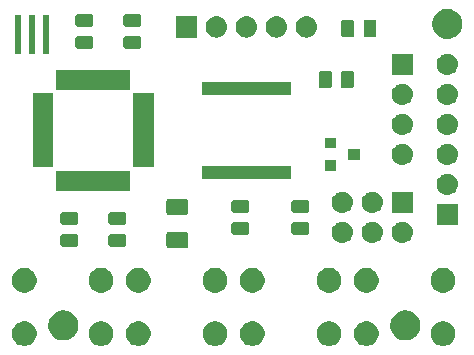
<source format=gts>
G04 #@! TF.GenerationSoftware,KiCad,Pcbnew,5.0.2-bee76a0~70~ubuntu16.04.1*
G04 #@! TF.CreationDate,2019-07-11T08:17:54+02:00*
G04 #@! TF.ProjectId,paste_dispenser,70617374-655f-4646-9973-70656e736572,rev?*
G04 #@! TF.SameCoordinates,PX3dfd240PY3dfd240*
G04 #@! TF.FileFunction,Soldermask,Top*
G04 #@! TF.FilePolarity,Negative*
%FSLAX46Y46*%
G04 Gerber Fmt 4.6, Leading zero omitted, Abs format (unit mm)*
G04 Created by KiCad (PCBNEW 5.0.2-bee76a0~70~ubuntu16.04.1) date Thu 11 Jul 2019 08:17:54 AM CEST*
%MOMM*%
%LPD*%
G01*
G04 APERTURE LIST*
%ADD10C,0.100000*%
G04 APERTURE END LIST*
D10*
G36*
X37818565Y3090611D02*
X38009834Y3011385D01*
X38181976Y2896363D01*
X38328363Y2749976D01*
X38443385Y2577834D01*
X38522611Y2386565D01*
X38563000Y2183516D01*
X38563000Y1976484D01*
X38522611Y1773435D01*
X38443385Y1582166D01*
X38328363Y1410024D01*
X38181976Y1263637D01*
X38009834Y1148615D01*
X37818565Y1069389D01*
X37615516Y1029000D01*
X37408484Y1029000D01*
X37205435Y1069389D01*
X37014166Y1148615D01*
X36842024Y1263637D01*
X36695637Y1410024D01*
X36580615Y1582166D01*
X36501389Y1773435D01*
X36461000Y1976484D01*
X36461000Y2183516D01*
X36501389Y2386565D01*
X36580615Y2577834D01*
X36695637Y2749976D01*
X36842024Y2896363D01*
X37014166Y3011385D01*
X37205435Y3090611D01*
X37408484Y3131000D01*
X37615516Y3131000D01*
X37818565Y3090611D01*
X37818565Y3090611D01*
G37*
G36*
X31318565Y3090611D02*
X31509834Y3011385D01*
X31681976Y2896363D01*
X31828363Y2749976D01*
X31943385Y2577834D01*
X32022611Y2386565D01*
X32063000Y2183516D01*
X32063000Y1976484D01*
X32022611Y1773435D01*
X31943385Y1582166D01*
X31828363Y1410024D01*
X31681976Y1263637D01*
X31509834Y1148615D01*
X31318565Y1069389D01*
X31115516Y1029000D01*
X30908484Y1029000D01*
X30705435Y1069389D01*
X30514166Y1148615D01*
X30342024Y1263637D01*
X30195637Y1410024D01*
X30080615Y1582166D01*
X30001389Y1773435D01*
X29961000Y1976484D01*
X29961000Y2183516D01*
X30001389Y2386565D01*
X30080615Y2577834D01*
X30195637Y2749976D01*
X30342024Y2896363D01*
X30514166Y3011385D01*
X30705435Y3090611D01*
X30908484Y3131000D01*
X31115516Y3131000D01*
X31318565Y3090611D01*
X31318565Y3090611D01*
G37*
G36*
X18514565Y3090611D02*
X18705834Y3011385D01*
X18877976Y2896363D01*
X19024363Y2749976D01*
X19139385Y2577834D01*
X19218611Y2386565D01*
X19259000Y2183516D01*
X19259000Y1976484D01*
X19218611Y1773435D01*
X19139385Y1582166D01*
X19024363Y1410024D01*
X18877976Y1263637D01*
X18705834Y1148615D01*
X18514565Y1069389D01*
X18311516Y1029000D01*
X18104484Y1029000D01*
X17901435Y1069389D01*
X17710166Y1148615D01*
X17538024Y1263637D01*
X17391637Y1410024D01*
X17276615Y1582166D01*
X17197389Y1773435D01*
X17157000Y1976484D01*
X17157000Y2183516D01*
X17197389Y2386565D01*
X17276615Y2577834D01*
X17391637Y2749976D01*
X17538024Y2896363D01*
X17710166Y3011385D01*
X17901435Y3090611D01*
X18104484Y3131000D01*
X18311516Y3131000D01*
X18514565Y3090611D01*
X18514565Y3090611D01*
G37*
G36*
X12014565Y3090611D02*
X12205834Y3011385D01*
X12377976Y2896363D01*
X12524363Y2749976D01*
X12639385Y2577834D01*
X12718611Y2386565D01*
X12759000Y2183516D01*
X12759000Y1976484D01*
X12718611Y1773435D01*
X12639385Y1582166D01*
X12524363Y1410024D01*
X12377976Y1263637D01*
X12205834Y1148615D01*
X12014565Y1069389D01*
X11811516Y1029000D01*
X11604484Y1029000D01*
X11401435Y1069389D01*
X11210166Y1148615D01*
X11038024Y1263637D01*
X10891637Y1410024D01*
X10776615Y1582166D01*
X10697389Y1773435D01*
X10657000Y1976484D01*
X10657000Y2183516D01*
X10697389Y2386565D01*
X10776615Y2577834D01*
X10891637Y2749976D01*
X11038024Y2896363D01*
X11210166Y3011385D01*
X11401435Y3090611D01*
X11604484Y3131000D01*
X11811516Y3131000D01*
X12014565Y3090611D01*
X12014565Y3090611D01*
G37*
G36*
X2362565Y3090611D02*
X2553834Y3011385D01*
X2725976Y2896363D01*
X2872363Y2749976D01*
X2987385Y2577834D01*
X3066611Y2386565D01*
X3107000Y2183516D01*
X3107000Y1976484D01*
X3066611Y1773435D01*
X2987385Y1582166D01*
X2872363Y1410024D01*
X2725976Y1263637D01*
X2553834Y1148615D01*
X2362565Y1069389D01*
X2159516Y1029000D01*
X1952484Y1029000D01*
X1749435Y1069389D01*
X1558166Y1148615D01*
X1386024Y1263637D01*
X1239637Y1410024D01*
X1124615Y1582166D01*
X1045389Y1773435D01*
X1005000Y1976484D01*
X1005000Y2183516D01*
X1045389Y2386565D01*
X1124615Y2577834D01*
X1239637Y2749976D01*
X1386024Y2896363D01*
X1558166Y3011385D01*
X1749435Y3090611D01*
X1952484Y3131000D01*
X2159516Y3131000D01*
X2362565Y3090611D01*
X2362565Y3090611D01*
G37*
G36*
X28166565Y3090611D02*
X28357834Y3011385D01*
X28529976Y2896363D01*
X28676363Y2749976D01*
X28791385Y2577834D01*
X28870611Y2386565D01*
X28911000Y2183516D01*
X28911000Y1976484D01*
X28870611Y1773435D01*
X28791385Y1582166D01*
X28676363Y1410024D01*
X28529976Y1263637D01*
X28357834Y1148615D01*
X28166565Y1069389D01*
X27963516Y1029000D01*
X27756484Y1029000D01*
X27553435Y1069389D01*
X27362166Y1148615D01*
X27190024Y1263637D01*
X27043637Y1410024D01*
X26928615Y1582166D01*
X26849389Y1773435D01*
X26809000Y1976484D01*
X26809000Y2183516D01*
X26849389Y2386565D01*
X26928615Y2577834D01*
X27043637Y2749976D01*
X27190024Y2896363D01*
X27362166Y3011385D01*
X27553435Y3090611D01*
X27756484Y3131000D01*
X27963516Y3131000D01*
X28166565Y3090611D01*
X28166565Y3090611D01*
G37*
G36*
X21666565Y3090611D02*
X21857834Y3011385D01*
X22029976Y2896363D01*
X22176363Y2749976D01*
X22291385Y2577834D01*
X22370611Y2386565D01*
X22411000Y2183516D01*
X22411000Y1976484D01*
X22370611Y1773435D01*
X22291385Y1582166D01*
X22176363Y1410024D01*
X22029976Y1263637D01*
X21857834Y1148615D01*
X21666565Y1069389D01*
X21463516Y1029000D01*
X21256484Y1029000D01*
X21053435Y1069389D01*
X20862166Y1148615D01*
X20690024Y1263637D01*
X20543637Y1410024D01*
X20428615Y1582166D01*
X20349389Y1773435D01*
X20309000Y1976484D01*
X20309000Y2183516D01*
X20349389Y2386565D01*
X20428615Y2577834D01*
X20543637Y2749976D01*
X20690024Y2896363D01*
X20862166Y3011385D01*
X21053435Y3090611D01*
X21256484Y3131000D01*
X21463516Y3131000D01*
X21666565Y3090611D01*
X21666565Y3090611D01*
G37*
G36*
X8862565Y3090611D02*
X9053834Y3011385D01*
X9225976Y2896363D01*
X9372363Y2749976D01*
X9487385Y2577834D01*
X9566611Y2386565D01*
X9607000Y2183516D01*
X9607000Y1976484D01*
X9566611Y1773435D01*
X9487385Y1582166D01*
X9372363Y1410024D01*
X9225976Y1263637D01*
X9053834Y1148615D01*
X8862565Y1069389D01*
X8659516Y1029000D01*
X8452484Y1029000D01*
X8249435Y1069389D01*
X8058166Y1148615D01*
X7886024Y1263637D01*
X7739637Y1410024D01*
X7624615Y1582166D01*
X7545389Y1773435D01*
X7505000Y1976484D01*
X7505000Y2183516D01*
X7545389Y2386565D01*
X7624615Y2577834D01*
X7739637Y2749976D01*
X7886024Y2896363D01*
X8058166Y3011385D01*
X8249435Y3090611D01*
X8452484Y3131000D01*
X8659516Y3131000D01*
X8862565Y3090611D01*
X8862565Y3090611D01*
G37*
G36*
X34561764Y4015598D02*
X34684445Y3991195D01*
X34915571Y3895459D01*
X35123581Y3756471D01*
X35300471Y3579581D01*
X35300473Y3579578D01*
X35439459Y3371571D01*
X35535195Y3140445D01*
X35559597Y3017765D01*
X35583746Y2896365D01*
X35584000Y2895084D01*
X35584000Y2644916D01*
X35535195Y2399555D01*
X35529814Y2386565D01*
X35439459Y2168429D01*
X35300471Y1960419D01*
X35123581Y1783529D01*
X35123578Y1783527D01*
X34915571Y1644541D01*
X34684445Y1548805D01*
X34561764Y1524402D01*
X34439086Y1500000D01*
X34188914Y1500000D01*
X34066236Y1524402D01*
X33943555Y1548805D01*
X33712429Y1644541D01*
X33504422Y1783527D01*
X33504419Y1783529D01*
X33327529Y1960419D01*
X33188541Y2168429D01*
X33098186Y2386565D01*
X33092805Y2399555D01*
X33044000Y2644916D01*
X33044000Y2895084D01*
X33044255Y2896365D01*
X33068403Y3017765D01*
X33092805Y3140445D01*
X33188541Y3371571D01*
X33327527Y3579578D01*
X33327529Y3579581D01*
X33504419Y3756471D01*
X33712429Y3895459D01*
X33943555Y3991195D01*
X34066236Y4015598D01*
X34188914Y4040000D01*
X34439086Y4040000D01*
X34561764Y4015598D01*
X34561764Y4015598D01*
G37*
G36*
X5605764Y4015598D02*
X5728445Y3991195D01*
X5959571Y3895459D01*
X6167581Y3756471D01*
X6344471Y3579581D01*
X6344473Y3579578D01*
X6483459Y3371571D01*
X6579195Y3140445D01*
X6603597Y3017765D01*
X6627746Y2896365D01*
X6628000Y2895084D01*
X6628000Y2644916D01*
X6579195Y2399555D01*
X6573814Y2386565D01*
X6483459Y2168429D01*
X6344471Y1960419D01*
X6167581Y1783529D01*
X6167578Y1783527D01*
X5959571Y1644541D01*
X5728445Y1548805D01*
X5605764Y1524402D01*
X5483086Y1500000D01*
X5232914Y1500000D01*
X5110236Y1524402D01*
X4987555Y1548805D01*
X4756429Y1644541D01*
X4548422Y1783527D01*
X4548419Y1783529D01*
X4371529Y1960419D01*
X4232541Y2168429D01*
X4142186Y2386565D01*
X4136805Y2399555D01*
X4088000Y2644916D01*
X4088000Y2895084D01*
X4088255Y2896365D01*
X4112403Y3017765D01*
X4136805Y3140445D01*
X4232541Y3371571D01*
X4371527Y3579578D01*
X4371529Y3579581D01*
X4548419Y3756471D01*
X4756429Y3895459D01*
X4987555Y3991195D01*
X5110236Y4015598D01*
X5232914Y4040000D01*
X5483086Y4040000D01*
X5605764Y4015598D01*
X5605764Y4015598D01*
G37*
G36*
X28166565Y7590611D02*
X28357834Y7511385D01*
X28529976Y7396363D01*
X28676363Y7249976D01*
X28791385Y7077834D01*
X28870611Y6886565D01*
X28911000Y6683516D01*
X28911000Y6476484D01*
X28870611Y6273435D01*
X28791385Y6082166D01*
X28676363Y5910024D01*
X28529976Y5763637D01*
X28357834Y5648615D01*
X28166565Y5569389D01*
X27963516Y5529000D01*
X27756484Y5529000D01*
X27553435Y5569389D01*
X27362166Y5648615D01*
X27190024Y5763637D01*
X27043637Y5910024D01*
X26928615Y6082166D01*
X26849389Y6273435D01*
X26809000Y6476484D01*
X26809000Y6683516D01*
X26849389Y6886565D01*
X26928615Y7077834D01*
X27043637Y7249976D01*
X27190024Y7396363D01*
X27362166Y7511385D01*
X27553435Y7590611D01*
X27756484Y7631000D01*
X27963516Y7631000D01*
X28166565Y7590611D01*
X28166565Y7590611D01*
G37*
G36*
X21666565Y7590611D02*
X21857834Y7511385D01*
X22029976Y7396363D01*
X22176363Y7249976D01*
X22291385Y7077834D01*
X22370611Y6886565D01*
X22411000Y6683516D01*
X22411000Y6476484D01*
X22370611Y6273435D01*
X22291385Y6082166D01*
X22176363Y5910024D01*
X22029976Y5763637D01*
X21857834Y5648615D01*
X21666565Y5569389D01*
X21463516Y5529000D01*
X21256484Y5529000D01*
X21053435Y5569389D01*
X20862166Y5648615D01*
X20690024Y5763637D01*
X20543637Y5910024D01*
X20428615Y6082166D01*
X20349389Y6273435D01*
X20309000Y6476484D01*
X20309000Y6683516D01*
X20349389Y6886565D01*
X20428615Y7077834D01*
X20543637Y7249976D01*
X20690024Y7396363D01*
X20862166Y7511385D01*
X21053435Y7590611D01*
X21256484Y7631000D01*
X21463516Y7631000D01*
X21666565Y7590611D01*
X21666565Y7590611D01*
G37*
G36*
X8862565Y7590611D02*
X9053834Y7511385D01*
X9225976Y7396363D01*
X9372363Y7249976D01*
X9487385Y7077834D01*
X9566611Y6886565D01*
X9607000Y6683516D01*
X9607000Y6476484D01*
X9566611Y6273435D01*
X9487385Y6082166D01*
X9372363Y5910024D01*
X9225976Y5763637D01*
X9053834Y5648615D01*
X8862565Y5569389D01*
X8659516Y5529000D01*
X8452484Y5529000D01*
X8249435Y5569389D01*
X8058166Y5648615D01*
X7886024Y5763637D01*
X7739637Y5910024D01*
X7624615Y6082166D01*
X7545389Y6273435D01*
X7505000Y6476484D01*
X7505000Y6683516D01*
X7545389Y6886565D01*
X7624615Y7077834D01*
X7739637Y7249976D01*
X7886024Y7396363D01*
X8058166Y7511385D01*
X8249435Y7590611D01*
X8452484Y7631000D01*
X8659516Y7631000D01*
X8862565Y7590611D01*
X8862565Y7590611D01*
G37*
G36*
X2362565Y7590611D02*
X2553834Y7511385D01*
X2725976Y7396363D01*
X2872363Y7249976D01*
X2987385Y7077834D01*
X3066611Y6886565D01*
X3107000Y6683516D01*
X3107000Y6476484D01*
X3066611Y6273435D01*
X2987385Y6082166D01*
X2872363Y5910024D01*
X2725976Y5763637D01*
X2553834Y5648615D01*
X2362565Y5569389D01*
X2159516Y5529000D01*
X1952484Y5529000D01*
X1749435Y5569389D01*
X1558166Y5648615D01*
X1386024Y5763637D01*
X1239637Y5910024D01*
X1124615Y6082166D01*
X1045389Y6273435D01*
X1005000Y6476484D01*
X1005000Y6683516D01*
X1045389Y6886565D01*
X1124615Y7077834D01*
X1239637Y7249976D01*
X1386024Y7396363D01*
X1558166Y7511385D01*
X1749435Y7590611D01*
X1952484Y7631000D01*
X2159516Y7631000D01*
X2362565Y7590611D01*
X2362565Y7590611D01*
G37*
G36*
X31318565Y7590611D02*
X31509834Y7511385D01*
X31681976Y7396363D01*
X31828363Y7249976D01*
X31943385Y7077834D01*
X32022611Y6886565D01*
X32063000Y6683516D01*
X32063000Y6476484D01*
X32022611Y6273435D01*
X31943385Y6082166D01*
X31828363Y5910024D01*
X31681976Y5763637D01*
X31509834Y5648615D01*
X31318565Y5569389D01*
X31115516Y5529000D01*
X30908484Y5529000D01*
X30705435Y5569389D01*
X30514166Y5648615D01*
X30342024Y5763637D01*
X30195637Y5910024D01*
X30080615Y6082166D01*
X30001389Y6273435D01*
X29961000Y6476484D01*
X29961000Y6683516D01*
X30001389Y6886565D01*
X30080615Y7077834D01*
X30195637Y7249976D01*
X30342024Y7396363D01*
X30514166Y7511385D01*
X30705435Y7590611D01*
X30908484Y7631000D01*
X31115516Y7631000D01*
X31318565Y7590611D01*
X31318565Y7590611D01*
G37*
G36*
X18514565Y7590611D02*
X18705834Y7511385D01*
X18877976Y7396363D01*
X19024363Y7249976D01*
X19139385Y7077834D01*
X19218611Y6886565D01*
X19259000Y6683516D01*
X19259000Y6476484D01*
X19218611Y6273435D01*
X19139385Y6082166D01*
X19024363Y5910024D01*
X18877976Y5763637D01*
X18705834Y5648615D01*
X18514565Y5569389D01*
X18311516Y5529000D01*
X18104484Y5529000D01*
X17901435Y5569389D01*
X17710166Y5648615D01*
X17538024Y5763637D01*
X17391637Y5910024D01*
X17276615Y6082166D01*
X17197389Y6273435D01*
X17157000Y6476484D01*
X17157000Y6683516D01*
X17197389Y6886565D01*
X17276615Y7077834D01*
X17391637Y7249976D01*
X17538024Y7396363D01*
X17710166Y7511385D01*
X17901435Y7590611D01*
X18104484Y7631000D01*
X18311516Y7631000D01*
X18514565Y7590611D01*
X18514565Y7590611D01*
G37*
G36*
X37818565Y7590611D02*
X38009834Y7511385D01*
X38181976Y7396363D01*
X38328363Y7249976D01*
X38443385Y7077834D01*
X38522611Y6886565D01*
X38563000Y6683516D01*
X38563000Y6476484D01*
X38522611Y6273435D01*
X38443385Y6082166D01*
X38328363Y5910024D01*
X38181976Y5763637D01*
X38009834Y5648615D01*
X37818565Y5569389D01*
X37615516Y5529000D01*
X37408484Y5529000D01*
X37205435Y5569389D01*
X37014166Y5648615D01*
X36842024Y5763637D01*
X36695637Y5910024D01*
X36580615Y6082166D01*
X36501389Y6273435D01*
X36461000Y6476484D01*
X36461000Y6683516D01*
X36501389Y6886565D01*
X36580615Y7077834D01*
X36695637Y7249976D01*
X36842024Y7396363D01*
X37014166Y7511385D01*
X37205435Y7590611D01*
X37408484Y7631000D01*
X37615516Y7631000D01*
X37818565Y7590611D01*
X37818565Y7590611D01*
G37*
G36*
X12014565Y7590611D02*
X12205834Y7511385D01*
X12377976Y7396363D01*
X12524363Y7249976D01*
X12639385Y7077834D01*
X12718611Y6886565D01*
X12759000Y6683516D01*
X12759000Y6476484D01*
X12718611Y6273435D01*
X12639385Y6082166D01*
X12524363Y5910024D01*
X12377976Y5763637D01*
X12205834Y5648615D01*
X12014565Y5569389D01*
X11811516Y5529000D01*
X11604484Y5529000D01*
X11401435Y5569389D01*
X11210166Y5648615D01*
X11038024Y5763637D01*
X10891637Y5910024D01*
X10776615Y6082166D01*
X10697389Y6273435D01*
X10657000Y6476484D01*
X10657000Y6683516D01*
X10697389Y6886565D01*
X10776615Y7077834D01*
X10891637Y7249976D01*
X11038024Y7396363D01*
X11210166Y7511385D01*
X11401435Y7590611D01*
X11604484Y7631000D01*
X11811516Y7631000D01*
X12014565Y7590611D01*
X12014565Y7590611D01*
G37*
G36*
X15778604Y10677653D02*
X15815145Y10666568D01*
X15848820Y10648569D01*
X15878341Y10624341D01*
X15902569Y10594820D01*
X15920568Y10561145D01*
X15931653Y10524604D01*
X15936000Y10480462D01*
X15936000Y9531538D01*
X15931653Y9487396D01*
X15920568Y9450855D01*
X15902569Y9417180D01*
X15878341Y9387659D01*
X15848820Y9363431D01*
X15815145Y9345432D01*
X15778604Y9334347D01*
X15734462Y9330000D01*
X14285538Y9330000D01*
X14241396Y9334347D01*
X14204855Y9345432D01*
X14171180Y9363431D01*
X14141659Y9387659D01*
X14117431Y9417180D01*
X14099432Y9450855D01*
X14088347Y9487396D01*
X14084000Y9531538D01*
X14084000Y10480462D01*
X14088347Y10524604D01*
X14099432Y10561145D01*
X14117431Y10594820D01*
X14141659Y10624341D01*
X14171180Y10648569D01*
X14204855Y10666568D01*
X14241396Y10677653D01*
X14285538Y10682000D01*
X15734462Y10682000D01*
X15778604Y10677653D01*
X15778604Y10677653D01*
G37*
G36*
X10514466Y10494435D02*
X10553137Y10482704D01*
X10588779Y10463652D01*
X10620017Y10438017D01*
X10645652Y10406779D01*
X10664704Y10371137D01*
X10676435Y10332466D01*
X10681000Y10286112D01*
X10681000Y9634888D01*
X10676435Y9588534D01*
X10664704Y9549863D01*
X10645652Y9514221D01*
X10620017Y9482983D01*
X10588779Y9457348D01*
X10553137Y9438296D01*
X10514466Y9426565D01*
X10468112Y9422000D01*
X9391888Y9422000D01*
X9345534Y9426565D01*
X9306863Y9438296D01*
X9271221Y9457348D01*
X9239983Y9482983D01*
X9214348Y9514221D01*
X9195296Y9549863D01*
X9183565Y9588534D01*
X9179000Y9634888D01*
X9179000Y10286112D01*
X9183565Y10332466D01*
X9195296Y10371137D01*
X9214348Y10406779D01*
X9239983Y10438017D01*
X9271221Y10463652D01*
X9306863Y10482704D01*
X9345534Y10494435D01*
X9391888Y10499000D01*
X10468112Y10499000D01*
X10514466Y10494435D01*
X10514466Y10494435D01*
G37*
G36*
X6450466Y10494435D02*
X6489137Y10482704D01*
X6524779Y10463652D01*
X6556017Y10438017D01*
X6581652Y10406779D01*
X6600704Y10371137D01*
X6612435Y10332466D01*
X6617000Y10286112D01*
X6617000Y9634888D01*
X6612435Y9588534D01*
X6600704Y9549863D01*
X6581652Y9514221D01*
X6556017Y9482983D01*
X6524779Y9457348D01*
X6489137Y9438296D01*
X6450466Y9426565D01*
X6404112Y9422000D01*
X5327888Y9422000D01*
X5281534Y9426565D01*
X5242863Y9438296D01*
X5207221Y9457348D01*
X5175983Y9482983D01*
X5150348Y9514221D01*
X5131296Y9549863D01*
X5119565Y9588534D01*
X5115000Y9634888D01*
X5115000Y10286112D01*
X5119565Y10332466D01*
X5131296Y10371137D01*
X5150348Y10406779D01*
X5175983Y10438017D01*
X5207221Y10463652D01*
X5242863Y10482704D01*
X5281534Y10494435D01*
X5327888Y10499000D01*
X6404112Y10499000D01*
X6450466Y10494435D01*
X6450466Y10494435D01*
G37*
G36*
X31630442Y11538482D02*
X31696627Y11531963D01*
X31806267Y11498704D01*
X31866467Y11480443D01*
X31970448Y11424863D01*
X32022991Y11396778D01*
X32048478Y11375861D01*
X32160186Y11284186D01*
X32243448Y11182729D01*
X32272778Y11146991D01*
X32272779Y11146989D01*
X32356443Y10990467D01*
X32356443Y10990466D01*
X32407963Y10820627D01*
X32425359Y10644000D01*
X32407963Y10467373D01*
X32378770Y10371137D01*
X32356443Y10297533D01*
X32282348Y10158913D01*
X32272778Y10141009D01*
X32243448Y10105271D01*
X32160186Y10003814D01*
X32058729Y9920552D01*
X32022991Y9891222D01*
X32022989Y9891221D01*
X31866467Y9807557D01*
X31809853Y9790384D01*
X31696627Y9756037D01*
X31630442Y9749518D01*
X31564260Y9743000D01*
X31475740Y9743000D01*
X31409558Y9749518D01*
X31343373Y9756037D01*
X31230147Y9790384D01*
X31173533Y9807557D01*
X31017011Y9891221D01*
X31017009Y9891222D01*
X30981271Y9920552D01*
X30879814Y10003814D01*
X30796552Y10105271D01*
X30767222Y10141009D01*
X30757652Y10158913D01*
X30683557Y10297533D01*
X30661230Y10371137D01*
X30632037Y10467373D01*
X30614641Y10644000D01*
X30632037Y10820627D01*
X30683557Y10990466D01*
X30683557Y10990467D01*
X30767221Y11146989D01*
X30767222Y11146991D01*
X30796552Y11182729D01*
X30879814Y11284186D01*
X30991522Y11375861D01*
X31017009Y11396778D01*
X31069552Y11424863D01*
X31173533Y11480443D01*
X31233733Y11498704D01*
X31343373Y11531963D01*
X31409558Y11538482D01*
X31475740Y11545000D01*
X31564260Y11545000D01*
X31630442Y11538482D01*
X31630442Y11538482D01*
G37*
G36*
X34170442Y11538482D02*
X34236627Y11531963D01*
X34346267Y11498704D01*
X34406467Y11480443D01*
X34510448Y11424863D01*
X34562991Y11396778D01*
X34588478Y11375861D01*
X34700186Y11284186D01*
X34783448Y11182729D01*
X34812778Y11146991D01*
X34812779Y11146989D01*
X34896443Y10990467D01*
X34896443Y10990466D01*
X34947963Y10820627D01*
X34965359Y10644000D01*
X34947963Y10467373D01*
X34918770Y10371137D01*
X34896443Y10297533D01*
X34822348Y10158913D01*
X34812778Y10141009D01*
X34783448Y10105271D01*
X34700186Y10003814D01*
X34598729Y9920552D01*
X34562991Y9891222D01*
X34562989Y9891221D01*
X34406467Y9807557D01*
X34349853Y9790384D01*
X34236627Y9756037D01*
X34170442Y9749518D01*
X34104260Y9743000D01*
X34015740Y9743000D01*
X33949558Y9749518D01*
X33883373Y9756037D01*
X33770147Y9790384D01*
X33713533Y9807557D01*
X33557011Y9891221D01*
X33557009Y9891222D01*
X33521271Y9920552D01*
X33419814Y10003814D01*
X33336552Y10105271D01*
X33307222Y10141009D01*
X33297652Y10158913D01*
X33223557Y10297533D01*
X33201230Y10371137D01*
X33172037Y10467373D01*
X33154641Y10644000D01*
X33172037Y10820627D01*
X33223557Y10990466D01*
X33223557Y10990467D01*
X33307221Y11146989D01*
X33307222Y11146991D01*
X33336552Y11182729D01*
X33419814Y11284186D01*
X33531522Y11375861D01*
X33557009Y11396778D01*
X33609552Y11424863D01*
X33713533Y11480443D01*
X33773733Y11498704D01*
X33883373Y11531963D01*
X33949558Y11538482D01*
X34015740Y11545000D01*
X34104260Y11545000D01*
X34170442Y11538482D01*
X34170442Y11538482D01*
G37*
G36*
X29090442Y11538482D02*
X29156627Y11531963D01*
X29266267Y11498704D01*
X29326467Y11480443D01*
X29430448Y11424863D01*
X29482991Y11396778D01*
X29508478Y11375861D01*
X29620186Y11284186D01*
X29703448Y11182729D01*
X29732778Y11146991D01*
X29732779Y11146989D01*
X29816443Y10990467D01*
X29816443Y10990466D01*
X29867963Y10820627D01*
X29885359Y10644000D01*
X29867963Y10467373D01*
X29838770Y10371137D01*
X29816443Y10297533D01*
X29742348Y10158913D01*
X29732778Y10141009D01*
X29703448Y10105271D01*
X29620186Y10003814D01*
X29518729Y9920552D01*
X29482991Y9891222D01*
X29482989Y9891221D01*
X29326467Y9807557D01*
X29269853Y9790384D01*
X29156627Y9756037D01*
X29090442Y9749518D01*
X29024260Y9743000D01*
X28935740Y9743000D01*
X28869558Y9749518D01*
X28803373Y9756037D01*
X28690147Y9790384D01*
X28633533Y9807557D01*
X28477011Y9891221D01*
X28477009Y9891222D01*
X28441271Y9920552D01*
X28339814Y10003814D01*
X28256552Y10105271D01*
X28227222Y10141009D01*
X28217652Y10158913D01*
X28143557Y10297533D01*
X28121230Y10371137D01*
X28092037Y10467373D01*
X28074641Y10644000D01*
X28092037Y10820627D01*
X28143557Y10990466D01*
X28143557Y10990467D01*
X28227221Y11146989D01*
X28227222Y11146991D01*
X28256552Y11182729D01*
X28339814Y11284186D01*
X28451522Y11375861D01*
X28477009Y11396778D01*
X28529552Y11424863D01*
X28633533Y11480443D01*
X28693733Y11498704D01*
X28803373Y11531963D01*
X28869558Y11538482D01*
X28935740Y11545000D01*
X29024260Y11545000D01*
X29090442Y11538482D01*
X29090442Y11538482D01*
G37*
G36*
X20928466Y11510435D02*
X20967137Y11498704D01*
X21002779Y11479652D01*
X21034017Y11454017D01*
X21059652Y11422779D01*
X21078704Y11387137D01*
X21090435Y11348466D01*
X21095000Y11302112D01*
X21095000Y10650888D01*
X21090435Y10604534D01*
X21078704Y10565863D01*
X21059652Y10530221D01*
X21034017Y10498983D01*
X21002779Y10473348D01*
X20967137Y10454296D01*
X20928466Y10442565D01*
X20882112Y10438000D01*
X19805888Y10438000D01*
X19759534Y10442565D01*
X19720863Y10454296D01*
X19685221Y10473348D01*
X19653983Y10498983D01*
X19628348Y10530221D01*
X19609296Y10565863D01*
X19597565Y10604534D01*
X19593000Y10650888D01*
X19593000Y11302112D01*
X19597565Y11348466D01*
X19609296Y11387137D01*
X19628348Y11422779D01*
X19653983Y11454017D01*
X19685221Y11479652D01*
X19720863Y11498704D01*
X19759534Y11510435D01*
X19805888Y11515000D01*
X20882112Y11515000D01*
X20928466Y11510435D01*
X20928466Y11510435D01*
G37*
G36*
X26008466Y11510435D02*
X26047137Y11498704D01*
X26082779Y11479652D01*
X26114017Y11454017D01*
X26139652Y11422779D01*
X26158704Y11387137D01*
X26170435Y11348466D01*
X26175000Y11302112D01*
X26175000Y10650888D01*
X26170435Y10604534D01*
X26158704Y10565863D01*
X26139652Y10530221D01*
X26114017Y10498983D01*
X26082779Y10473348D01*
X26047137Y10454296D01*
X26008466Y10442565D01*
X25962112Y10438000D01*
X24885888Y10438000D01*
X24839534Y10442565D01*
X24800863Y10454296D01*
X24765221Y10473348D01*
X24733983Y10498983D01*
X24708348Y10530221D01*
X24689296Y10565863D01*
X24677565Y10604534D01*
X24673000Y10650888D01*
X24673000Y11302112D01*
X24677565Y11348466D01*
X24689296Y11387137D01*
X24708348Y11422779D01*
X24733983Y11454017D01*
X24765221Y11479652D01*
X24800863Y11498704D01*
X24839534Y11510435D01*
X24885888Y11515000D01*
X25962112Y11515000D01*
X26008466Y11510435D01*
X26008466Y11510435D01*
G37*
G36*
X38771000Y11267000D02*
X36969000Y11267000D01*
X36969000Y13069000D01*
X38771000Y13069000D01*
X38771000Y11267000D01*
X38771000Y11267000D01*
G37*
G36*
X6450466Y12369435D02*
X6489137Y12357704D01*
X6524779Y12338652D01*
X6556017Y12313017D01*
X6581652Y12281779D01*
X6600704Y12246137D01*
X6612435Y12207466D01*
X6617000Y12161112D01*
X6617000Y11509888D01*
X6612435Y11463535D01*
X6600704Y11424863D01*
X6581652Y11389221D01*
X6556017Y11357983D01*
X6524779Y11332348D01*
X6489137Y11313296D01*
X6450466Y11301565D01*
X6404112Y11297000D01*
X5327888Y11297000D01*
X5281534Y11301565D01*
X5242863Y11313296D01*
X5207221Y11332348D01*
X5175983Y11357983D01*
X5150348Y11389221D01*
X5131296Y11424863D01*
X5119565Y11463535D01*
X5115000Y11509888D01*
X5115000Y12161112D01*
X5119565Y12207466D01*
X5131296Y12246137D01*
X5150348Y12281779D01*
X5175983Y12313017D01*
X5207221Y12338652D01*
X5242863Y12357704D01*
X5281534Y12369435D01*
X5327888Y12374000D01*
X6404112Y12374000D01*
X6450466Y12369435D01*
X6450466Y12369435D01*
G37*
G36*
X10514466Y12369435D02*
X10553137Y12357704D01*
X10588779Y12338652D01*
X10620017Y12313017D01*
X10645652Y12281779D01*
X10664704Y12246137D01*
X10676435Y12207466D01*
X10681000Y12161112D01*
X10681000Y11509888D01*
X10676435Y11463535D01*
X10664704Y11424863D01*
X10645652Y11389221D01*
X10620017Y11357983D01*
X10588779Y11332348D01*
X10553137Y11313296D01*
X10514466Y11301565D01*
X10468112Y11297000D01*
X9391888Y11297000D01*
X9345534Y11301565D01*
X9306863Y11313296D01*
X9271221Y11332348D01*
X9239983Y11357983D01*
X9214348Y11389221D01*
X9195296Y11424863D01*
X9183565Y11463535D01*
X9179000Y11509888D01*
X9179000Y12161112D01*
X9183565Y12207466D01*
X9195296Y12246137D01*
X9214348Y12281779D01*
X9239983Y12313017D01*
X9271221Y12338652D01*
X9306863Y12357704D01*
X9345534Y12369435D01*
X9391888Y12374000D01*
X10468112Y12374000D01*
X10514466Y12369435D01*
X10514466Y12369435D01*
G37*
G36*
X15778604Y13477653D02*
X15815145Y13466568D01*
X15848820Y13448569D01*
X15878341Y13424341D01*
X15902569Y13394820D01*
X15920568Y13361145D01*
X15931653Y13324604D01*
X15936000Y13280462D01*
X15936000Y12331538D01*
X15931653Y12287396D01*
X15920568Y12250855D01*
X15902569Y12217180D01*
X15878341Y12187659D01*
X15848820Y12163431D01*
X15815145Y12145432D01*
X15778604Y12134347D01*
X15734462Y12130000D01*
X14285538Y12130000D01*
X14241396Y12134347D01*
X14204855Y12145432D01*
X14171180Y12163431D01*
X14141659Y12187659D01*
X14117431Y12217180D01*
X14099432Y12250855D01*
X14088347Y12287396D01*
X14084000Y12331538D01*
X14084000Y13280462D01*
X14088347Y13324604D01*
X14099432Y13361145D01*
X14117431Y13394820D01*
X14141659Y13424341D01*
X14171180Y13448569D01*
X14204855Y13466568D01*
X14241396Y13477653D01*
X14285538Y13482000D01*
X15734462Y13482000D01*
X15778604Y13477653D01*
X15778604Y13477653D01*
G37*
G36*
X34961000Y12283000D02*
X33159000Y12283000D01*
X33159000Y14085000D01*
X34961000Y14085000D01*
X34961000Y12283000D01*
X34961000Y12283000D01*
G37*
G36*
X31630443Y14078481D02*
X31696627Y14071963D01*
X31809853Y14037616D01*
X31866467Y14020443D01*
X31988485Y13955222D01*
X32022991Y13936778D01*
X32058729Y13907448D01*
X32160186Y13824186D01*
X32243448Y13722729D01*
X32272778Y13686991D01*
X32272779Y13686989D01*
X32356443Y13530467D01*
X32356443Y13530466D01*
X32407963Y13360627D01*
X32425359Y13184000D01*
X32407963Y13007373D01*
X32373616Y12894147D01*
X32356443Y12837533D01*
X32282348Y12698913D01*
X32272778Y12681009D01*
X32243448Y12645271D01*
X32160186Y12543814D01*
X32081859Y12479534D01*
X32022991Y12431222D01*
X32022989Y12431221D01*
X31866467Y12347557D01*
X31820110Y12333495D01*
X31696627Y12296037D01*
X31630443Y12289519D01*
X31564260Y12283000D01*
X31475740Y12283000D01*
X31409558Y12289518D01*
X31343373Y12296037D01*
X31219890Y12333495D01*
X31173533Y12347557D01*
X31017011Y12431221D01*
X31017009Y12431222D01*
X30958141Y12479534D01*
X30879814Y12543814D01*
X30796552Y12645271D01*
X30767222Y12681009D01*
X30757652Y12698913D01*
X30683557Y12837533D01*
X30666384Y12894147D01*
X30632037Y13007373D01*
X30614641Y13184000D01*
X30632037Y13360627D01*
X30683557Y13530466D01*
X30683557Y13530467D01*
X30767221Y13686989D01*
X30767222Y13686991D01*
X30796552Y13722729D01*
X30879814Y13824186D01*
X30981271Y13907448D01*
X31017009Y13936778D01*
X31051515Y13955222D01*
X31173533Y14020443D01*
X31230147Y14037616D01*
X31343373Y14071963D01*
X31409557Y14078481D01*
X31475740Y14085000D01*
X31564260Y14085000D01*
X31630443Y14078481D01*
X31630443Y14078481D01*
G37*
G36*
X29090443Y14078481D02*
X29156627Y14071963D01*
X29269853Y14037616D01*
X29326467Y14020443D01*
X29448485Y13955222D01*
X29482991Y13936778D01*
X29518729Y13907448D01*
X29620186Y13824186D01*
X29703448Y13722729D01*
X29732778Y13686991D01*
X29732779Y13686989D01*
X29816443Y13530467D01*
X29816443Y13530466D01*
X29867963Y13360627D01*
X29885359Y13184000D01*
X29867963Y13007373D01*
X29833616Y12894147D01*
X29816443Y12837533D01*
X29742348Y12698913D01*
X29732778Y12681009D01*
X29703448Y12645271D01*
X29620186Y12543814D01*
X29541859Y12479534D01*
X29482991Y12431222D01*
X29482989Y12431221D01*
X29326467Y12347557D01*
X29280110Y12333495D01*
X29156627Y12296037D01*
X29090443Y12289519D01*
X29024260Y12283000D01*
X28935740Y12283000D01*
X28869558Y12289518D01*
X28803373Y12296037D01*
X28679890Y12333495D01*
X28633533Y12347557D01*
X28477011Y12431221D01*
X28477009Y12431222D01*
X28418141Y12479534D01*
X28339814Y12543814D01*
X28256552Y12645271D01*
X28227222Y12681009D01*
X28217652Y12698913D01*
X28143557Y12837533D01*
X28126384Y12894147D01*
X28092037Y13007373D01*
X28074641Y13184000D01*
X28092037Y13360627D01*
X28143557Y13530466D01*
X28143557Y13530467D01*
X28227221Y13686989D01*
X28227222Y13686991D01*
X28256552Y13722729D01*
X28339814Y13824186D01*
X28441271Y13907448D01*
X28477009Y13936778D01*
X28511515Y13955222D01*
X28633533Y14020443D01*
X28690147Y14037616D01*
X28803373Y14071963D01*
X28869557Y14078481D01*
X28935740Y14085000D01*
X29024260Y14085000D01*
X29090443Y14078481D01*
X29090443Y14078481D01*
G37*
G36*
X26008466Y13385435D02*
X26047137Y13373704D01*
X26082779Y13354652D01*
X26114017Y13329017D01*
X26139652Y13297779D01*
X26158704Y13262137D01*
X26170435Y13223466D01*
X26175000Y13177112D01*
X26175000Y12525888D01*
X26170435Y12479534D01*
X26158704Y12440863D01*
X26139652Y12405221D01*
X26114017Y12373983D01*
X26082779Y12348348D01*
X26047137Y12329296D01*
X26008466Y12317565D01*
X25962112Y12313000D01*
X24885888Y12313000D01*
X24839534Y12317565D01*
X24800863Y12329296D01*
X24765221Y12348348D01*
X24733983Y12373983D01*
X24708348Y12405221D01*
X24689296Y12440863D01*
X24677565Y12479534D01*
X24673000Y12525888D01*
X24673000Y13177112D01*
X24677565Y13223466D01*
X24689296Y13262137D01*
X24708348Y13297779D01*
X24733983Y13329017D01*
X24765221Y13354652D01*
X24800863Y13373704D01*
X24839534Y13385435D01*
X24885888Y13390000D01*
X25962112Y13390000D01*
X26008466Y13385435D01*
X26008466Y13385435D01*
G37*
G36*
X20928466Y13385435D02*
X20967137Y13373704D01*
X21002779Y13354652D01*
X21034017Y13329017D01*
X21059652Y13297779D01*
X21078704Y13262137D01*
X21090435Y13223466D01*
X21095000Y13177112D01*
X21095000Y12525888D01*
X21090435Y12479534D01*
X21078704Y12440863D01*
X21059652Y12405221D01*
X21034017Y12373983D01*
X21002779Y12348348D01*
X20967137Y12329296D01*
X20928466Y12317565D01*
X20882112Y12313000D01*
X19805888Y12313000D01*
X19759534Y12317565D01*
X19720863Y12329296D01*
X19685221Y12348348D01*
X19653983Y12373983D01*
X19628348Y12405221D01*
X19609296Y12440863D01*
X19597565Y12479534D01*
X19593000Y12525888D01*
X19593000Y13177112D01*
X19597565Y13223466D01*
X19609296Y13262137D01*
X19628348Y13297779D01*
X19653983Y13329017D01*
X19685221Y13354652D01*
X19720863Y13373704D01*
X19759534Y13385435D01*
X19805888Y13390000D01*
X20882112Y13390000D01*
X20928466Y13385435D01*
X20928466Y13385435D01*
G37*
G36*
X37980442Y15602482D02*
X38046627Y15595963D01*
X38159853Y15561616D01*
X38216467Y15544443D01*
X38355087Y15470348D01*
X38372991Y15460778D01*
X38408729Y15431448D01*
X38510186Y15348186D01*
X38593448Y15246729D01*
X38622778Y15210991D01*
X38622779Y15210989D01*
X38706443Y15054467D01*
X38706443Y15054466D01*
X38757963Y14884627D01*
X38775359Y14708000D01*
X38757963Y14531373D01*
X38723616Y14418147D01*
X38706443Y14361533D01*
X38632348Y14222913D01*
X38622778Y14205009D01*
X38601433Y14179000D01*
X38510186Y14067814D01*
X38408729Y13984552D01*
X38372991Y13955222D01*
X38372989Y13955221D01*
X38216467Y13871557D01*
X38159853Y13854384D01*
X38046627Y13820037D01*
X37980443Y13813519D01*
X37914260Y13807000D01*
X37825740Y13807000D01*
X37759558Y13813518D01*
X37693373Y13820037D01*
X37580147Y13854384D01*
X37523533Y13871557D01*
X37367011Y13955221D01*
X37367009Y13955222D01*
X37331271Y13984552D01*
X37229814Y14067814D01*
X37138567Y14179000D01*
X37117222Y14205009D01*
X37107652Y14222913D01*
X37033557Y14361533D01*
X37016384Y14418147D01*
X36982037Y14531373D01*
X36964641Y14708000D01*
X36982037Y14884627D01*
X37033557Y15054466D01*
X37033557Y15054467D01*
X37117221Y15210989D01*
X37117222Y15210991D01*
X37146552Y15246729D01*
X37229814Y15348186D01*
X37331271Y15431448D01*
X37367009Y15460778D01*
X37384913Y15470348D01*
X37523533Y15544443D01*
X37580147Y15561616D01*
X37693373Y15595963D01*
X37759558Y15602482D01*
X37825740Y15609000D01*
X37914260Y15609000D01*
X37980442Y15602482D01*
X37980442Y15602482D01*
G37*
G36*
X11024000Y14179000D02*
X4772000Y14179000D01*
X4772000Y15881000D01*
X11024000Y15881000D01*
X11024000Y14179000D01*
X11024000Y14179000D01*
G37*
G36*
X24628000Y15154000D02*
X17076000Y15154000D01*
X17076000Y16256000D01*
X24628000Y16256000D01*
X24628000Y15154000D01*
X24628000Y15154000D01*
G37*
G36*
X28481000Y15847000D02*
X27479000Y15847000D01*
X27479000Y16749000D01*
X28481000Y16749000D01*
X28481000Y15847000D01*
X28481000Y15847000D01*
G37*
G36*
X4499000Y16154000D02*
X2797000Y16154000D01*
X2797000Y22406000D01*
X4499000Y22406000D01*
X4499000Y16154000D01*
X4499000Y16154000D01*
G37*
G36*
X12999000Y16154000D02*
X11297000Y16154000D01*
X11297000Y22406000D01*
X12999000Y22406000D01*
X12999000Y16154000D01*
X12999000Y16154000D01*
G37*
G36*
X37980442Y18142482D02*
X38046627Y18135963D01*
X38159853Y18101616D01*
X38216467Y18084443D01*
X38355087Y18010348D01*
X38372991Y18000778D01*
X38408729Y17971448D01*
X38510186Y17888186D01*
X38593448Y17786729D01*
X38622778Y17750991D01*
X38622779Y17750989D01*
X38706443Y17594467D01*
X38706443Y17594466D01*
X38757963Y17424627D01*
X38775359Y17248000D01*
X38757963Y17071373D01*
X38723616Y16958147D01*
X38706443Y16901533D01*
X38655379Y16806000D01*
X38622778Y16745009D01*
X38593448Y16709271D01*
X38510186Y16607814D01*
X38408729Y16524552D01*
X38372991Y16495222D01*
X38372989Y16495221D01*
X38216467Y16411557D01*
X38159853Y16394384D01*
X38046627Y16360037D01*
X37980443Y16353519D01*
X37914260Y16347000D01*
X37825740Y16347000D01*
X37759557Y16353519D01*
X37693373Y16360037D01*
X37580147Y16394384D01*
X37523533Y16411557D01*
X37367011Y16495221D01*
X37367009Y16495222D01*
X37331271Y16524552D01*
X37229814Y16607814D01*
X37146552Y16709271D01*
X37117222Y16745009D01*
X37084621Y16806000D01*
X37033557Y16901533D01*
X37016384Y16958147D01*
X36982037Y17071373D01*
X36964641Y17248000D01*
X36982037Y17424627D01*
X37033557Y17594466D01*
X37033557Y17594467D01*
X37117221Y17750989D01*
X37117222Y17750991D01*
X37146552Y17786729D01*
X37229814Y17888186D01*
X37331271Y17971448D01*
X37367009Y18000778D01*
X37384913Y18010348D01*
X37523533Y18084443D01*
X37580147Y18101616D01*
X37693373Y18135963D01*
X37759557Y18142481D01*
X37825740Y18149000D01*
X37914260Y18149000D01*
X37980442Y18142482D01*
X37980442Y18142482D01*
G37*
G36*
X34170442Y18142482D02*
X34236627Y18135963D01*
X34349853Y18101616D01*
X34406467Y18084443D01*
X34545087Y18010348D01*
X34562991Y18000778D01*
X34598729Y17971448D01*
X34700186Y17888186D01*
X34783448Y17786729D01*
X34812778Y17750991D01*
X34812779Y17750989D01*
X34896443Y17594467D01*
X34896443Y17594466D01*
X34947963Y17424627D01*
X34965359Y17248000D01*
X34947963Y17071373D01*
X34913616Y16958147D01*
X34896443Y16901533D01*
X34845379Y16806000D01*
X34812778Y16745009D01*
X34783448Y16709271D01*
X34700186Y16607814D01*
X34598729Y16524552D01*
X34562991Y16495222D01*
X34562989Y16495221D01*
X34406467Y16411557D01*
X34349853Y16394384D01*
X34236627Y16360037D01*
X34170443Y16353519D01*
X34104260Y16347000D01*
X34015740Y16347000D01*
X33949557Y16353519D01*
X33883373Y16360037D01*
X33770147Y16394384D01*
X33713533Y16411557D01*
X33557011Y16495221D01*
X33557009Y16495222D01*
X33521271Y16524552D01*
X33419814Y16607814D01*
X33336552Y16709271D01*
X33307222Y16745009D01*
X33274621Y16806000D01*
X33223557Y16901533D01*
X33206384Y16958147D01*
X33172037Y17071373D01*
X33154641Y17248000D01*
X33172037Y17424627D01*
X33223557Y17594466D01*
X33223557Y17594467D01*
X33307221Y17750989D01*
X33307222Y17750991D01*
X33336552Y17786729D01*
X33419814Y17888186D01*
X33521271Y17971448D01*
X33557009Y18000778D01*
X33574913Y18010348D01*
X33713533Y18084443D01*
X33770147Y18101616D01*
X33883373Y18135963D01*
X33949557Y18142481D01*
X34015740Y18149000D01*
X34104260Y18149000D01*
X34170442Y18142482D01*
X34170442Y18142482D01*
G37*
G36*
X30481000Y16797000D02*
X29479000Y16797000D01*
X29479000Y17699000D01*
X30481000Y17699000D01*
X30481000Y16797000D01*
X30481000Y16797000D01*
G37*
G36*
X28481000Y17747000D02*
X27479000Y17747000D01*
X27479000Y18649000D01*
X28481000Y18649000D01*
X28481000Y17747000D01*
X28481000Y17747000D01*
G37*
G36*
X34170443Y20682481D02*
X34236627Y20675963D01*
X34349853Y20641616D01*
X34406467Y20624443D01*
X34545087Y20550348D01*
X34562991Y20540778D01*
X34598729Y20511448D01*
X34700186Y20428186D01*
X34783448Y20326729D01*
X34812778Y20290991D01*
X34812779Y20290989D01*
X34896443Y20134467D01*
X34896443Y20134466D01*
X34947963Y19964627D01*
X34965359Y19788000D01*
X34947963Y19611373D01*
X34913616Y19498147D01*
X34896443Y19441533D01*
X34849655Y19354000D01*
X34812778Y19285009D01*
X34783448Y19249271D01*
X34700186Y19147814D01*
X34598729Y19064552D01*
X34562991Y19035222D01*
X34562989Y19035221D01*
X34406467Y18951557D01*
X34349853Y18934384D01*
X34236627Y18900037D01*
X34170442Y18893518D01*
X34104260Y18887000D01*
X34015740Y18887000D01*
X33949558Y18893518D01*
X33883373Y18900037D01*
X33770147Y18934384D01*
X33713533Y18951557D01*
X33557011Y19035221D01*
X33557009Y19035222D01*
X33521271Y19064552D01*
X33419814Y19147814D01*
X33336552Y19249271D01*
X33307222Y19285009D01*
X33270345Y19354000D01*
X33223557Y19441533D01*
X33206384Y19498147D01*
X33172037Y19611373D01*
X33154641Y19788000D01*
X33172037Y19964627D01*
X33223557Y20134466D01*
X33223557Y20134467D01*
X33307221Y20290989D01*
X33307222Y20290991D01*
X33336552Y20326729D01*
X33419814Y20428186D01*
X33521271Y20511448D01*
X33557009Y20540778D01*
X33574913Y20550348D01*
X33713533Y20624443D01*
X33770147Y20641616D01*
X33883373Y20675963D01*
X33949557Y20682481D01*
X34015740Y20689000D01*
X34104260Y20689000D01*
X34170443Y20682481D01*
X34170443Y20682481D01*
G37*
G36*
X37980443Y20682481D02*
X38046627Y20675963D01*
X38159853Y20641616D01*
X38216467Y20624443D01*
X38355087Y20550348D01*
X38372991Y20540778D01*
X38408729Y20511448D01*
X38510186Y20428186D01*
X38593448Y20326729D01*
X38622778Y20290991D01*
X38622779Y20290989D01*
X38706443Y20134467D01*
X38706443Y20134466D01*
X38757963Y19964627D01*
X38775359Y19788000D01*
X38757963Y19611373D01*
X38723616Y19498147D01*
X38706443Y19441533D01*
X38659655Y19354000D01*
X38622778Y19285009D01*
X38593448Y19249271D01*
X38510186Y19147814D01*
X38408729Y19064552D01*
X38372991Y19035222D01*
X38372989Y19035221D01*
X38216467Y18951557D01*
X38159853Y18934384D01*
X38046627Y18900037D01*
X37980442Y18893518D01*
X37914260Y18887000D01*
X37825740Y18887000D01*
X37759558Y18893518D01*
X37693373Y18900037D01*
X37580147Y18934384D01*
X37523533Y18951557D01*
X37367011Y19035221D01*
X37367009Y19035222D01*
X37331271Y19064552D01*
X37229814Y19147814D01*
X37146552Y19249271D01*
X37117222Y19285009D01*
X37080345Y19354000D01*
X37033557Y19441533D01*
X37016384Y19498147D01*
X36982037Y19611373D01*
X36964641Y19788000D01*
X36982037Y19964627D01*
X37033557Y20134466D01*
X37033557Y20134467D01*
X37117221Y20290989D01*
X37117222Y20290991D01*
X37146552Y20326729D01*
X37229814Y20428186D01*
X37331271Y20511448D01*
X37367009Y20540778D01*
X37384913Y20550348D01*
X37523533Y20624443D01*
X37580147Y20641616D01*
X37693373Y20675963D01*
X37759557Y20682481D01*
X37825740Y20689000D01*
X37914260Y20689000D01*
X37980443Y20682481D01*
X37980443Y20682481D01*
G37*
G36*
X37980443Y23222481D02*
X38046627Y23215963D01*
X38159853Y23181616D01*
X38216467Y23164443D01*
X38306628Y23116250D01*
X38372991Y23080778D01*
X38398445Y23059888D01*
X38510186Y22968186D01*
X38580630Y22882348D01*
X38622778Y22830991D01*
X38622779Y22830989D01*
X38706443Y22674467D01*
X38706443Y22674466D01*
X38757963Y22504627D01*
X38775359Y22328000D01*
X38757963Y22151373D01*
X38723616Y22038147D01*
X38706443Y21981533D01*
X38632348Y21842913D01*
X38622778Y21825009D01*
X38593448Y21789271D01*
X38510186Y21687814D01*
X38410494Y21606000D01*
X38372991Y21575222D01*
X38372989Y21575221D01*
X38216467Y21491557D01*
X38159853Y21474384D01*
X38046627Y21440037D01*
X37980443Y21433519D01*
X37914260Y21427000D01*
X37825740Y21427000D01*
X37759557Y21433519D01*
X37693373Y21440037D01*
X37580147Y21474384D01*
X37523533Y21491557D01*
X37367011Y21575221D01*
X37367009Y21575222D01*
X37329506Y21606000D01*
X37229814Y21687814D01*
X37146552Y21789271D01*
X37117222Y21825009D01*
X37107652Y21842913D01*
X37033557Y21981533D01*
X37016384Y22038147D01*
X36982037Y22151373D01*
X36964641Y22328000D01*
X36982037Y22504627D01*
X37033557Y22674466D01*
X37033557Y22674467D01*
X37117221Y22830989D01*
X37117222Y22830991D01*
X37159370Y22882348D01*
X37229814Y22968186D01*
X37341555Y23059888D01*
X37367009Y23080778D01*
X37433372Y23116250D01*
X37523533Y23164443D01*
X37580147Y23181616D01*
X37693373Y23215963D01*
X37759557Y23222481D01*
X37825740Y23229000D01*
X37914260Y23229000D01*
X37980443Y23222481D01*
X37980443Y23222481D01*
G37*
G36*
X34170443Y23222481D02*
X34236627Y23215963D01*
X34349853Y23181616D01*
X34406467Y23164443D01*
X34496628Y23116250D01*
X34562991Y23080778D01*
X34588445Y23059888D01*
X34700186Y22968186D01*
X34770630Y22882348D01*
X34812778Y22830991D01*
X34812779Y22830989D01*
X34896443Y22674467D01*
X34896443Y22674466D01*
X34947963Y22504627D01*
X34965359Y22328000D01*
X34947963Y22151373D01*
X34913616Y22038147D01*
X34896443Y21981533D01*
X34822348Y21842913D01*
X34812778Y21825009D01*
X34783448Y21789271D01*
X34700186Y21687814D01*
X34600494Y21606000D01*
X34562991Y21575222D01*
X34562989Y21575221D01*
X34406467Y21491557D01*
X34349853Y21474384D01*
X34236627Y21440037D01*
X34170443Y21433519D01*
X34104260Y21427000D01*
X34015740Y21427000D01*
X33949557Y21433519D01*
X33883373Y21440037D01*
X33770147Y21474384D01*
X33713533Y21491557D01*
X33557011Y21575221D01*
X33557009Y21575222D01*
X33519506Y21606000D01*
X33419814Y21687814D01*
X33336552Y21789271D01*
X33307222Y21825009D01*
X33297652Y21842913D01*
X33223557Y21981533D01*
X33206384Y22038147D01*
X33172037Y22151373D01*
X33154641Y22328000D01*
X33172037Y22504627D01*
X33223557Y22674466D01*
X33223557Y22674467D01*
X33307221Y22830989D01*
X33307222Y22830991D01*
X33349370Y22882348D01*
X33419814Y22968186D01*
X33531555Y23059888D01*
X33557009Y23080778D01*
X33623372Y23116250D01*
X33713533Y23164443D01*
X33770147Y23181616D01*
X33883373Y23215963D01*
X33949557Y23222481D01*
X34015740Y23229000D01*
X34104260Y23229000D01*
X34170443Y23222481D01*
X34170443Y23222481D01*
G37*
G36*
X24628000Y22304000D02*
X17076000Y22304000D01*
X17076000Y23406000D01*
X24628000Y23406000D01*
X24628000Y22304000D01*
X24628000Y22304000D01*
G37*
G36*
X11024000Y22679000D02*
X4772000Y22679000D01*
X4772000Y24381000D01*
X11024000Y24381000D01*
X11024000Y22679000D01*
X11024000Y22679000D01*
G37*
G36*
X29781466Y24344435D02*
X29820137Y24332704D01*
X29855779Y24313652D01*
X29887017Y24288017D01*
X29912652Y24256779D01*
X29931704Y24221137D01*
X29943435Y24182466D01*
X29948000Y24136112D01*
X29948000Y23059888D01*
X29943435Y23013534D01*
X29931704Y22974863D01*
X29912652Y22939221D01*
X29887017Y22907983D01*
X29855779Y22882348D01*
X29820137Y22863296D01*
X29781466Y22851565D01*
X29735112Y22847000D01*
X29083888Y22847000D01*
X29037534Y22851565D01*
X28998863Y22863296D01*
X28963221Y22882348D01*
X28931983Y22907983D01*
X28906348Y22939221D01*
X28887296Y22974863D01*
X28875565Y23013534D01*
X28871000Y23059888D01*
X28871000Y24136112D01*
X28875565Y24182466D01*
X28887296Y24221137D01*
X28906348Y24256779D01*
X28931983Y24288017D01*
X28963221Y24313652D01*
X28998863Y24332704D01*
X29037534Y24344435D01*
X29083888Y24349000D01*
X29735112Y24349000D01*
X29781466Y24344435D01*
X29781466Y24344435D01*
G37*
G36*
X27906466Y24344435D02*
X27945137Y24332704D01*
X27980779Y24313652D01*
X28012017Y24288017D01*
X28037652Y24256779D01*
X28056704Y24221137D01*
X28068435Y24182466D01*
X28073000Y24136112D01*
X28073000Y23059888D01*
X28068435Y23013534D01*
X28056704Y22974863D01*
X28037652Y22939221D01*
X28012017Y22907983D01*
X27980779Y22882348D01*
X27945137Y22863296D01*
X27906466Y22851565D01*
X27860112Y22847000D01*
X27208888Y22847000D01*
X27162534Y22851565D01*
X27123863Y22863296D01*
X27088221Y22882348D01*
X27056983Y22907983D01*
X27031348Y22939221D01*
X27012296Y22974863D01*
X27000565Y23013534D01*
X26996000Y23059888D01*
X26996000Y24136112D01*
X27000565Y24182466D01*
X27012296Y24221137D01*
X27031348Y24256779D01*
X27056983Y24288017D01*
X27088221Y24313652D01*
X27123863Y24332704D01*
X27162534Y24344435D01*
X27208888Y24349000D01*
X27860112Y24349000D01*
X27906466Y24344435D01*
X27906466Y24344435D01*
G37*
G36*
X37980443Y25762481D02*
X38046627Y25755963D01*
X38159853Y25721616D01*
X38216467Y25704443D01*
X38355087Y25630348D01*
X38372991Y25620778D01*
X38408729Y25591448D01*
X38510186Y25508186D01*
X38593448Y25406729D01*
X38622778Y25370991D01*
X38622779Y25370989D01*
X38706443Y25214467D01*
X38706443Y25214466D01*
X38757963Y25044627D01*
X38775359Y24868000D01*
X38757963Y24691373D01*
X38723616Y24578147D01*
X38706443Y24521533D01*
X38632348Y24382913D01*
X38622778Y24365009D01*
X38605893Y24344435D01*
X38510186Y24227814D01*
X38408729Y24144552D01*
X38372991Y24115222D01*
X38372989Y24115221D01*
X38216467Y24031557D01*
X38159853Y24014384D01*
X38046627Y23980037D01*
X37980443Y23973519D01*
X37914260Y23967000D01*
X37825740Y23967000D01*
X37759557Y23973519D01*
X37693373Y23980037D01*
X37580147Y24014384D01*
X37523533Y24031557D01*
X37367011Y24115221D01*
X37367009Y24115222D01*
X37331271Y24144552D01*
X37229814Y24227814D01*
X37134107Y24344435D01*
X37117222Y24365009D01*
X37107652Y24382913D01*
X37033557Y24521533D01*
X37016384Y24578147D01*
X36982037Y24691373D01*
X36964641Y24868000D01*
X36982037Y25044627D01*
X37033557Y25214466D01*
X37033557Y25214467D01*
X37117221Y25370989D01*
X37117222Y25370991D01*
X37146552Y25406729D01*
X37229814Y25508186D01*
X37331271Y25591448D01*
X37367009Y25620778D01*
X37384913Y25630348D01*
X37523533Y25704443D01*
X37580147Y25721616D01*
X37693373Y25755963D01*
X37759557Y25762481D01*
X37825740Y25769000D01*
X37914260Y25769000D01*
X37980443Y25762481D01*
X37980443Y25762481D01*
G37*
G36*
X34961000Y23967000D02*
X33159000Y23967000D01*
X33159000Y25769000D01*
X34961000Y25769000D01*
X34961000Y23967000D01*
X34961000Y23967000D01*
G37*
G36*
X1742000Y25757000D02*
X1240000Y25757000D01*
X1240000Y29059000D01*
X1742000Y29059000D01*
X1742000Y25757000D01*
X1742000Y25757000D01*
G37*
G36*
X2942000Y25757000D02*
X2440000Y25757000D01*
X2440000Y29059000D01*
X2942000Y29059000D01*
X2942000Y25757000D01*
X2942000Y25757000D01*
G37*
G36*
X4142000Y25757000D02*
X3640000Y25757000D01*
X3640000Y29059000D01*
X4142000Y29059000D01*
X4142000Y25757000D01*
X4142000Y25757000D01*
G37*
G36*
X11784466Y27258435D02*
X11823137Y27246704D01*
X11858779Y27227652D01*
X11890017Y27202017D01*
X11915652Y27170779D01*
X11934704Y27135137D01*
X11946435Y27096466D01*
X11951000Y27050112D01*
X11951000Y26398888D01*
X11946435Y26352534D01*
X11934704Y26313863D01*
X11915652Y26278221D01*
X11890017Y26246983D01*
X11858779Y26221348D01*
X11823137Y26202296D01*
X11784466Y26190565D01*
X11738112Y26186000D01*
X10661888Y26186000D01*
X10615534Y26190565D01*
X10576863Y26202296D01*
X10541221Y26221348D01*
X10509983Y26246983D01*
X10484348Y26278221D01*
X10465296Y26313863D01*
X10453565Y26352534D01*
X10449000Y26398888D01*
X10449000Y27050112D01*
X10453565Y27096466D01*
X10465296Y27135137D01*
X10484348Y27170779D01*
X10509983Y27202017D01*
X10541221Y27227652D01*
X10576863Y27246704D01*
X10615534Y27258435D01*
X10661888Y27263000D01*
X11738112Y27263000D01*
X11784466Y27258435D01*
X11784466Y27258435D01*
G37*
G36*
X7720466Y27258435D02*
X7759137Y27246704D01*
X7794779Y27227652D01*
X7826017Y27202017D01*
X7851652Y27170779D01*
X7870704Y27135137D01*
X7882435Y27096466D01*
X7887000Y27050112D01*
X7887000Y26398888D01*
X7882435Y26352534D01*
X7870704Y26313863D01*
X7851652Y26278221D01*
X7826017Y26246983D01*
X7794779Y26221348D01*
X7759137Y26202296D01*
X7720466Y26190565D01*
X7674112Y26186000D01*
X6597888Y26186000D01*
X6551534Y26190565D01*
X6512863Y26202296D01*
X6477221Y26221348D01*
X6445983Y26246983D01*
X6420348Y26278221D01*
X6401296Y26313863D01*
X6389565Y26352534D01*
X6385000Y26398888D01*
X6385000Y27050112D01*
X6389565Y27096466D01*
X6401296Y27135137D01*
X6420348Y27170779D01*
X6445983Y27202017D01*
X6477221Y27227652D01*
X6512863Y27246704D01*
X6551534Y27258435D01*
X6597888Y27263000D01*
X7674112Y27263000D01*
X7720466Y27258435D01*
X7720466Y27258435D01*
G37*
G36*
X38117765Y29542597D02*
X38240445Y29518195D01*
X38471571Y29422459D01*
X38679581Y29283471D01*
X38856471Y29106581D01*
X38856473Y29106578D01*
X38995459Y28898571D01*
X39091195Y28667445D01*
X39100309Y28621623D01*
X39140000Y28422086D01*
X39140000Y28171914D01*
X39133624Y28139861D01*
X39091195Y27926555D01*
X38995917Y27696534D01*
X38995459Y27695429D01*
X38856471Y27487419D01*
X38679581Y27310529D01*
X38679578Y27310527D01*
X38471571Y27171541D01*
X38240445Y27075805D01*
X38117765Y27051403D01*
X37995086Y27027000D01*
X37744914Y27027000D01*
X37622236Y27051402D01*
X37499555Y27075805D01*
X37268429Y27171541D01*
X37060422Y27310527D01*
X37060419Y27310529D01*
X36883529Y27487419D01*
X36744541Y27695429D01*
X36744083Y27696534D01*
X36648805Y27926555D01*
X36606376Y28139861D01*
X36600000Y28171914D01*
X36600000Y28422086D01*
X36639691Y28621623D01*
X36648805Y28667445D01*
X36744541Y28898571D01*
X36883527Y29106578D01*
X36883529Y29106581D01*
X37060419Y29283471D01*
X37268429Y29422459D01*
X37499555Y29518195D01*
X37622236Y29542598D01*
X37744914Y29567000D01*
X37995086Y29567000D01*
X38117765Y29542597D01*
X38117765Y29542597D01*
G37*
G36*
X16673000Y27142000D02*
X14871000Y27142000D01*
X14871000Y28944000D01*
X16673000Y28944000D01*
X16673000Y27142000D01*
X16673000Y27142000D01*
G37*
G36*
X18422442Y28937482D02*
X18488627Y28930963D01*
X18595409Y28898571D01*
X18658467Y28879443D01*
X18797087Y28805348D01*
X18814991Y28795778D01*
X18850729Y28766448D01*
X18952186Y28683186D01*
X19015516Y28606017D01*
X19064778Y28545991D01*
X19064779Y28545989D01*
X19148443Y28389467D01*
X19148443Y28389466D01*
X19199963Y28219627D01*
X19217359Y28043000D01*
X19199963Y27866373D01*
X19165616Y27753147D01*
X19148443Y27696533D01*
X19074348Y27557913D01*
X19064778Y27540009D01*
X19035448Y27504271D01*
X18952186Y27402814D01*
X18864937Y27331212D01*
X18814991Y27290222D01*
X18814989Y27290221D01*
X18658467Y27206557D01*
X18643500Y27202017D01*
X18488627Y27155037D01*
X18422443Y27148519D01*
X18356260Y27142000D01*
X18267740Y27142000D01*
X18201557Y27148519D01*
X18135373Y27155037D01*
X17980500Y27202017D01*
X17965533Y27206557D01*
X17809011Y27290221D01*
X17809009Y27290222D01*
X17759063Y27331212D01*
X17671814Y27402814D01*
X17588552Y27504271D01*
X17559222Y27540009D01*
X17549652Y27557913D01*
X17475557Y27696533D01*
X17458384Y27753147D01*
X17424037Y27866373D01*
X17406641Y28043000D01*
X17424037Y28219627D01*
X17475557Y28389466D01*
X17475557Y28389467D01*
X17559221Y28545989D01*
X17559222Y28545991D01*
X17608484Y28606017D01*
X17671814Y28683186D01*
X17773271Y28766448D01*
X17809009Y28795778D01*
X17826913Y28805348D01*
X17965533Y28879443D01*
X18028591Y28898571D01*
X18135373Y28930963D01*
X18201558Y28937482D01*
X18267740Y28944000D01*
X18356260Y28944000D01*
X18422442Y28937482D01*
X18422442Y28937482D01*
G37*
G36*
X20962442Y28937482D02*
X21028627Y28930963D01*
X21135409Y28898571D01*
X21198467Y28879443D01*
X21337087Y28805348D01*
X21354991Y28795778D01*
X21390729Y28766448D01*
X21492186Y28683186D01*
X21555516Y28606017D01*
X21604778Y28545991D01*
X21604779Y28545989D01*
X21688443Y28389467D01*
X21688443Y28389466D01*
X21739963Y28219627D01*
X21757359Y28043000D01*
X21739963Y27866373D01*
X21705616Y27753147D01*
X21688443Y27696533D01*
X21614348Y27557913D01*
X21604778Y27540009D01*
X21575448Y27504271D01*
X21492186Y27402814D01*
X21404937Y27331212D01*
X21354991Y27290222D01*
X21354989Y27290221D01*
X21198467Y27206557D01*
X21183500Y27202017D01*
X21028627Y27155037D01*
X20962443Y27148519D01*
X20896260Y27142000D01*
X20807740Y27142000D01*
X20741557Y27148519D01*
X20675373Y27155037D01*
X20520500Y27202017D01*
X20505533Y27206557D01*
X20349011Y27290221D01*
X20349009Y27290222D01*
X20299063Y27331212D01*
X20211814Y27402814D01*
X20128552Y27504271D01*
X20099222Y27540009D01*
X20089652Y27557913D01*
X20015557Y27696533D01*
X19998384Y27753147D01*
X19964037Y27866373D01*
X19946641Y28043000D01*
X19964037Y28219627D01*
X20015557Y28389466D01*
X20015557Y28389467D01*
X20099221Y28545989D01*
X20099222Y28545991D01*
X20148484Y28606017D01*
X20211814Y28683186D01*
X20313271Y28766448D01*
X20349009Y28795778D01*
X20366913Y28805348D01*
X20505533Y28879443D01*
X20568591Y28898571D01*
X20675373Y28930963D01*
X20741558Y28937482D01*
X20807740Y28944000D01*
X20896260Y28944000D01*
X20962442Y28937482D01*
X20962442Y28937482D01*
G37*
G36*
X23502442Y28937482D02*
X23568627Y28930963D01*
X23675409Y28898571D01*
X23738467Y28879443D01*
X23877087Y28805348D01*
X23894991Y28795778D01*
X23930729Y28766448D01*
X24032186Y28683186D01*
X24095516Y28606017D01*
X24144778Y28545991D01*
X24144779Y28545989D01*
X24228443Y28389467D01*
X24228443Y28389466D01*
X24279963Y28219627D01*
X24297359Y28043000D01*
X24279963Y27866373D01*
X24245616Y27753147D01*
X24228443Y27696533D01*
X24154348Y27557913D01*
X24144778Y27540009D01*
X24115448Y27504271D01*
X24032186Y27402814D01*
X23944937Y27331212D01*
X23894991Y27290222D01*
X23894989Y27290221D01*
X23738467Y27206557D01*
X23723500Y27202017D01*
X23568627Y27155037D01*
X23502443Y27148519D01*
X23436260Y27142000D01*
X23347740Y27142000D01*
X23281557Y27148519D01*
X23215373Y27155037D01*
X23060500Y27202017D01*
X23045533Y27206557D01*
X22889011Y27290221D01*
X22889009Y27290222D01*
X22839063Y27331212D01*
X22751814Y27402814D01*
X22668552Y27504271D01*
X22639222Y27540009D01*
X22629652Y27557913D01*
X22555557Y27696533D01*
X22538384Y27753147D01*
X22504037Y27866373D01*
X22486641Y28043000D01*
X22504037Y28219627D01*
X22555557Y28389466D01*
X22555557Y28389467D01*
X22639221Y28545989D01*
X22639222Y28545991D01*
X22688484Y28606017D01*
X22751814Y28683186D01*
X22853271Y28766448D01*
X22889009Y28795778D01*
X22906913Y28805348D01*
X23045533Y28879443D01*
X23108591Y28898571D01*
X23215373Y28930963D01*
X23281558Y28937482D01*
X23347740Y28944000D01*
X23436260Y28944000D01*
X23502442Y28937482D01*
X23502442Y28937482D01*
G37*
G36*
X26042442Y28937482D02*
X26108627Y28930963D01*
X26215409Y28898571D01*
X26278467Y28879443D01*
X26417087Y28805348D01*
X26434991Y28795778D01*
X26470729Y28766448D01*
X26572186Y28683186D01*
X26635516Y28606017D01*
X26684778Y28545991D01*
X26684779Y28545989D01*
X26768443Y28389467D01*
X26768443Y28389466D01*
X26819963Y28219627D01*
X26837359Y28043000D01*
X26819963Y27866373D01*
X26785616Y27753147D01*
X26768443Y27696533D01*
X26694348Y27557913D01*
X26684778Y27540009D01*
X26655448Y27504271D01*
X26572186Y27402814D01*
X26484937Y27331212D01*
X26434991Y27290222D01*
X26434989Y27290221D01*
X26278467Y27206557D01*
X26263500Y27202017D01*
X26108627Y27155037D01*
X26042443Y27148519D01*
X25976260Y27142000D01*
X25887740Y27142000D01*
X25821557Y27148519D01*
X25755373Y27155037D01*
X25600500Y27202017D01*
X25585533Y27206557D01*
X25429011Y27290221D01*
X25429009Y27290222D01*
X25379063Y27331212D01*
X25291814Y27402814D01*
X25208552Y27504271D01*
X25179222Y27540009D01*
X25169652Y27557913D01*
X25095557Y27696533D01*
X25078384Y27753147D01*
X25044037Y27866373D01*
X25026641Y28043000D01*
X25044037Y28219627D01*
X25095557Y28389466D01*
X25095557Y28389467D01*
X25179221Y28545989D01*
X25179222Y28545991D01*
X25228484Y28606017D01*
X25291814Y28683186D01*
X25393271Y28766448D01*
X25429009Y28795778D01*
X25446913Y28805348D01*
X25585533Y28879443D01*
X25648591Y28898571D01*
X25755373Y28930963D01*
X25821558Y28937482D01*
X25887740Y28944000D01*
X25976260Y28944000D01*
X26042442Y28937482D01*
X26042442Y28937482D01*
G37*
G36*
X29811466Y28662435D02*
X29850137Y28650704D01*
X29885779Y28631652D01*
X29917017Y28606017D01*
X29942652Y28574779D01*
X29961704Y28539137D01*
X29973435Y28500466D01*
X29978000Y28454112D01*
X29978000Y27377888D01*
X29973435Y27331534D01*
X29961704Y27292863D01*
X29942652Y27257221D01*
X29917017Y27225983D01*
X29885779Y27200348D01*
X29850137Y27181296D01*
X29811466Y27169565D01*
X29765112Y27165000D01*
X29113888Y27165000D01*
X29067534Y27169565D01*
X29028863Y27181296D01*
X28993221Y27200348D01*
X28961983Y27225983D01*
X28936348Y27257221D01*
X28917296Y27292863D01*
X28905565Y27331534D01*
X28901000Y27377888D01*
X28901000Y28454112D01*
X28905565Y28500466D01*
X28917296Y28539137D01*
X28936348Y28574779D01*
X28961983Y28606017D01*
X28993221Y28631652D01*
X29028863Y28650704D01*
X29067534Y28662435D01*
X29113888Y28667000D01*
X29765112Y28667000D01*
X29811466Y28662435D01*
X29811466Y28662435D01*
G37*
G36*
X31686466Y28662435D02*
X31725137Y28650704D01*
X31760779Y28631652D01*
X31792017Y28606017D01*
X31817652Y28574779D01*
X31836704Y28539137D01*
X31848435Y28500466D01*
X31853000Y28454112D01*
X31853000Y27377888D01*
X31848435Y27331534D01*
X31836704Y27292863D01*
X31817652Y27257221D01*
X31792017Y27225983D01*
X31760779Y27200348D01*
X31725137Y27181296D01*
X31686466Y27169565D01*
X31640112Y27165000D01*
X30988888Y27165000D01*
X30942534Y27169565D01*
X30903863Y27181296D01*
X30868221Y27200348D01*
X30836983Y27225983D01*
X30811348Y27257221D01*
X30792296Y27292863D01*
X30780565Y27331534D01*
X30776000Y27377888D01*
X30776000Y28454112D01*
X30780565Y28500466D01*
X30792296Y28539137D01*
X30811348Y28574779D01*
X30836983Y28606017D01*
X30868221Y28631652D01*
X30903863Y28650704D01*
X30942534Y28662435D01*
X30988888Y28667000D01*
X31640112Y28667000D01*
X31686466Y28662435D01*
X31686466Y28662435D01*
G37*
G36*
X11784466Y29133435D02*
X11823137Y29121704D01*
X11858779Y29102652D01*
X11890017Y29077017D01*
X11915652Y29045779D01*
X11934704Y29010137D01*
X11946435Y28971466D01*
X11951000Y28925112D01*
X11951000Y28273888D01*
X11946435Y28227534D01*
X11934704Y28188863D01*
X11915652Y28153221D01*
X11890017Y28121983D01*
X11858779Y28096348D01*
X11823137Y28077296D01*
X11784466Y28065565D01*
X11738112Y28061000D01*
X10661888Y28061000D01*
X10615534Y28065565D01*
X10576863Y28077296D01*
X10541221Y28096348D01*
X10509983Y28121983D01*
X10484348Y28153221D01*
X10465296Y28188863D01*
X10453565Y28227534D01*
X10449000Y28273888D01*
X10449000Y28925112D01*
X10453565Y28971466D01*
X10465296Y29010137D01*
X10484348Y29045779D01*
X10509983Y29077017D01*
X10541221Y29102652D01*
X10576863Y29121704D01*
X10615534Y29133435D01*
X10661888Y29138000D01*
X11738112Y29138000D01*
X11784466Y29133435D01*
X11784466Y29133435D01*
G37*
G36*
X7720466Y29133435D02*
X7759137Y29121704D01*
X7794779Y29102652D01*
X7826017Y29077017D01*
X7851652Y29045779D01*
X7870704Y29010137D01*
X7882435Y28971466D01*
X7887000Y28925112D01*
X7887000Y28273888D01*
X7882435Y28227534D01*
X7870704Y28188863D01*
X7851652Y28153221D01*
X7826017Y28121983D01*
X7794779Y28096348D01*
X7759137Y28077296D01*
X7720466Y28065565D01*
X7674112Y28061000D01*
X6597888Y28061000D01*
X6551534Y28065565D01*
X6512863Y28077296D01*
X6477221Y28096348D01*
X6445983Y28121983D01*
X6420348Y28153221D01*
X6401296Y28188863D01*
X6389565Y28227534D01*
X6385000Y28273888D01*
X6385000Y28925112D01*
X6389565Y28971466D01*
X6401296Y29010137D01*
X6420348Y29045779D01*
X6445983Y29077017D01*
X6477221Y29102652D01*
X6512863Y29121704D01*
X6551534Y29133435D01*
X6597888Y29138000D01*
X7674112Y29138000D01*
X7720466Y29133435D01*
X7720466Y29133435D01*
G37*
M02*

</source>
